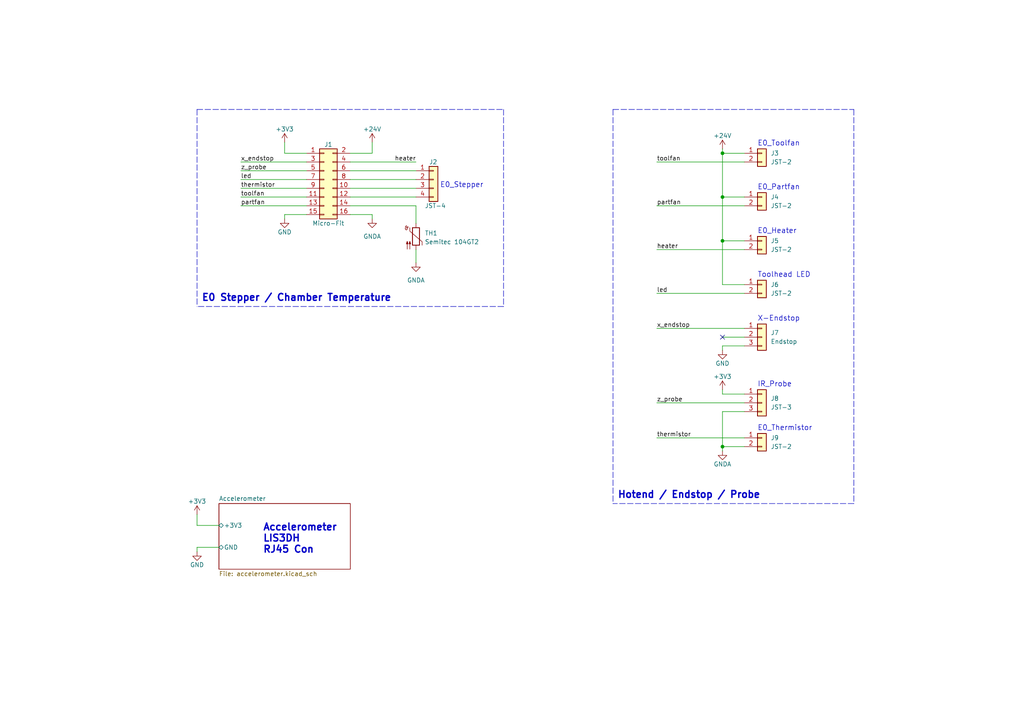
<source format=kicad_sch>
(kicad_sch (version 20211123) (generator eeschema)
  (paper "A4")
  (lib_symbols
    (symbol "Connector_Generic:Conn_01x02" (pin_names (offset 1.016) hide)
      (property "Reference" "J" (at 0 2.54 0))
      (property "Value" "Conn_01x02" (at 0 -5.08 0))
      (symbol "Conn_01x02_1_1"
        (rectangle (start -1.27 -2.413) (end 0 -2.667) (stroke (width 0.1524)))
        (rectangle (start -1.27 0.127) (end 0 -0.127) (stroke (width 0.1524)))
        (rectangle (start -1.27 1.27) (end 1.27 -3.81) (stroke (width 0.254)) (fill (type background)))
        (pin passive line (at -5.08 0 0) (length 3.81) (name "Pin_1") (number "1"))
        (pin passive line (at -5.08 -2.54 0) (length 3.81) (name "Pin_2") (number "2"))
      )
    )
    (symbol "Connector_Generic:Conn_01x03" (pin_names (offset 1.016) hide)
      (property "Reference" "J" (at 0 5.08 0))
      (property "Value" "Conn_01x03" (at 0 -5.08 0))
      (symbol "Conn_01x03_1_1"
        (rectangle (start -1.27 -2.413) (end 0 -2.667) (stroke (width 0.1524)))
        (rectangle (start -1.27 0.127) (end 0 -0.127) (stroke (width 0.1524)))
        (rectangle (start -1.27 2.667) (end 0 2.413) (stroke (width 0.1524)))
        (rectangle (start -1.27 3.81) (end 1.27 -3.81) (stroke (width 0.254)) (fill (type background)))
        (pin passive line (at -5.08 2.54 0) (length 3.81) (name "Pin_1") (number "1"))
        (pin passive line (at -5.08 0 0) (length 3.81) (name "Pin_2") (number "2"))
        (pin passive line (at -5.08 -2.54 0) (length 3.81) (name "Pin_3") (number "3"))
      )
    )
    (symbol "Connector_Generic:Conn_01x04" (pin_names (offset 1.016) hide)
      (property "Reference" "J" (at 0 5.08 0))
      (property "Value" "Conn_01x04" (at 0 -7.62 0))
      (symbol "Conn_01x04_1_1"
        (rectangle (start -1.27 -4.953) (end 0 -5.207) (stroke (width 0.1524)))
        (rectangle (start -1.27 -2.413) (end 0 -2.667) (stroke (width 0.1524)))
        (rectangle (start -1.27 0.127) (end 0 -0.127) (stroke (width 0.1524)))
        (rectangle (start -1.27 2.667) (end 0 2.413) (stroke (width 0.1524)))
        (rectangle (start -1.27 3.81) (end 1.27 -6.35) (stroke (width 0.254)) (fill (type background)))
        (pin passive line (at -5.08 2.54 0) (length 3.81) (name "Pin_1") (number "1"))
        (pin passive line (at -5.08 0 0) (length 3.81) (name "Pin_2") (number "2"))
        (pin passive line (at -5.08 -2.54 0) (length 3.81) (name "Pin_3") (number "3"))
        (pin passive line (at -5.08 -5.08 0) (length 3.81) (name "Pin_4") (number "4"))
      )
    )
    (symbol "Connector_Generic:Conn_02x08_Odd_Even" (pin_names (offset 1.016) hide)
      (property "Reference" "J" (at 1.27 10.16 0))
      (property "Value" "Conn_02x08_Odd_Even" (at 1.27 -12.7 0))
      (symbol "Conn_02x08_Odd_Even_1_1"
        (rectangle (start -1.27 -10.033) (end 0 -10.287) (stroke (width 0.1524)))
        (rectangle (start -1.27 -7.493) (end 0 -7.747) (stroke (width 0.1524)))
        (rectangle (start -1.27 -4.953) (end 0 -5.207) (stroke (width 0.1524)))
        (rectangle (start -1.27 -2.413) (end 0 -2.667) (stroke (width 0.1524)))
        (rectangle (start -1.27 0.127) (end 0 -0.127) (stroke (width 0.1524)))
        (rectangle (start -1.27 2.667) (end 0 2.413) (stroke (width 0.1524)))
        (rectangle (start -1.27 5.207) (end 0 4.953) (stroke (width 0.1524)))
        (rectangle (start -1.27 7.747) (end 0 7.493) (stroke (width 0.1524)))
        (rectangle (start -1.27 8.89) (end 3.81 -11.43) (stroke (width 0.254)) (fill (type background)))
        (rectangle (start 3.81 -10.033) (end 2.54 -10.287) (stroke (width 0.1524)))
        (rectangle (start 3.81 -7.493) (end 2.54 -7.747) (stroke (width 0.1524)))
        (rectangle (start 3.81 -4.953) (end 2.54 -5.207) (stroke (width 0.1524)))
        (rectangle (start 3.81 -2.413) (end 2.54 -2.667) (stroke (width 0.1524)))
        (rectangle (start 3.81 0.127) (end 2.54 -0.127) (stroke (width 0.1524)))
        (rectangle (start 3.81 2.667) (end 2.54 2.413) (stroke (width 0.1524)))
        (rectangle (start 3.81 5.207) (end 2.54 4.953) (stroke (width 0.1524)))
        (rectangle (start 3.81 7.747) (end 2.54 7.493) (stroke (width 0.1524)))
        (pin passive line (at -5.08 7.62 0) (length 3.81) (name "Pin_1") (number "1"))
        (pin passive line (at 7.62 -2.54 180) (length 3.81) (name "Pin_10") (number "10"))
        (pin passive line (at -5.08 -5.08 0) (length 3.81) (name "Pin_11") (number "11"))
        (pin passive line (at 7.62 -5.08 180) (length 3.81) (name "Pin_12") (number "12"))
        (pin passive line (at -5.08 -7.62 0) (length 3.81) (name "Pin_13") (number "13"))
        (pin passive line (at 7.62 -7.62 180) (length 3.81) (name "Pin_14") (number "14"))
        (pin passive line (at -5.08 -10.16 0) (length 3.81) (name "Pin_15") (number "15"))
        (pin passive line (at 7.62 -10.16 180) (length 3.81) (name "Pin_16") (number "16"))
        (pin passive line (at 7.62 7.62 180) (length 3.81) (name "Pin_2") (number "2"))
        (pin passive line (at -5.08 5.08 0) (length 3.81) (name "Pin_3") (number "3"))
        (pin passive line (at 7.62 5.08 180) (length 3.81) (name "Pin_4") (number "4"))
        (pin passive line (at -5.08 2.54 0) (length 3.81) (name "Pin_5") (number "5"))
        (pin passive line (at 7.62 2.54 180) (length 3.81) (name "Pin_6") (number "6"))
        (pin passive line (at -5.08 0 0) (length 3.81) (name "Pin_7") (number "7"))
        (pin passive line (at 7.62 0 180) (length 3.81) (name "Pin_8") (number "8"))
        (pin passive line (at -5.08 -2.54 0) (length 3.81) (name "Pin_9") (number "9"))
      )
    )
    (symbol "Device:Thermistor_PTC" (pin_numbers hide) (pin_names (offset 0))
      (property "Reference" "TH" (at -4.064 0 90))
      (property "Value" "Thermistor_PTC" (at 3.048 0 90))
      (symbol "Thermistor_PTC_0_1"
        (arc (start -3.048 2.159) (mid -3.0505 2.3165) (end -3.175 2.413))
        (arc (start -3.048 2.159) (mid -2.9736 1.9794) (end -2.794 1.905))
        (arc (start -3.048 2.794) (mid -2.9736 2.6144) (end -2.794 2.54))
        (arc (start -2.794 1.905) (mid -2.6144 1.9794) (end -2.54 2.159))
        (arc (start -2.794 2.54) (mid -2.434 2.5608) (end -2.159 2.794))
        (arc (start -2.794 3.048) (mid -2.9736 2.9736) (end -3.048 2.794))
        (arc (start -2.54 2.794) (mid -2.6144 2.9736) (end -2.794 3.048))
        (rectangle (start -1.016 2.54) (end 1.016 -2.54) (stroke (width 0.254)))
        (polyline (pts (xy -2.54 2.159) (xy -2.54 2.794)))
        (polyline (pts (xy -1.778 2.54) (xy -1.778 1.524) (xy 1.778 -1.524) (xy 1.778 -2.54)))
        (polyline (pts (xy -2.54 -3.683) (xy -2.54 -1.397) (xy -2.794 -2.159) (xy -2.286 -2.159) (xy -2.54 -1.397) (xy -2.54 -1.651)) (fill (type outline)))
        (polyline (pts (xy -1.778 -3.683) (xy -1.778 -1.397) (xy -2.032 -2.159) (xy -1.524 -2.159) (xy -1.778 -1.397) (xy -1.778 -1.651)) (fill (type outline)))
      )
      (symbol "Thermistor_PTC_1_1"
        (pin passive line (at 0 3.81 270) (length 1.27) (name "~") (number "1"))
        (pin passive line (at 0 -3.81 90) (length 1.27) (name "~") (number "2"))
      )
    )
    (symbol "power:+24V" (power) (pin_names (offset 0))
      (property "Value" "+24V" (at 0 3.556 0))
      (symbol "+24V_0_1"
        (polyline (pts (xy -0.762 1.27) (xy 0 2.54)))
        (polyline (pts (xy 0 0) (xy 0 2.54)))
        (polyline (pts (xy 0 2.54) (xy 0.762 1.27)))
      )
      (symbol "+24V_1_1"
        (pin power_in line (at 0 0 90) (length 0) hide (name "+24V") (number "1"))
      )
    )
    (symbol "power:+3.3V" (power) (pin_names (offset 0))
      (property "Value" "+3.3V" (at 0 3.556 0))
      (symbol "+3.3V_0_1"
        (polyline (pts (xy -0.762 1.27) (xy 0 2.54)))
        (polyline (pts (xy 0 0) (xy 0 2.54)))
        (polyline (pts (xy 0 2.54) (xy 0.762 1.27)))
      )
      (symbol "+3.3V_1_1"
        (pin power_in line (at 0 0 90) (length 0) hide (name "+3V3") (number "1"))
      )
    )
    (symbol "power:GND" (power) (pin_names (offset 0))
      (property "Value" "GND" (at 0 -3.81 0))
      (symbol "GND_0_1"
        (polyline (pts (xy 0 0) (xy 0 -1.27) (xy 1.27 -1.27) (xy 0 -2.54) (xy -1.27 -1.27) (xy 0 -1.27)))
      )
      (symbol "GND_1_1"
        (pin power_in line (at 0 0 270) (length 0) hide (name "GND") (number "1"))
      )
    )
    (symbol "power:GNDA" (power) (pin_names (offset 0))
      (property "Value" "GNDA" (at 0 -3.81 0))
      (symbol "GNDA_0_1"
        (polyline (pts (xy 0 0) (xy 0 -1.27) (xy 1.27 -1.27) (xy 0 -2.54) (xy -1.27 -1.27) (xy 0 -1.27)))
      )
      (symbol "GNDA_1_1"
        (pin power_in line (at 0 0 270) (length 0) hide (name "GNDA") (number "1"))
      )
    )
  )
  (junction (at 209.55 129.54))
  (junction (at 209.55 44.45))
  (junction (at 209.55 57.15))
  (junction (at 209.55 69.85))
  (no_connect (at 209.55 97.79))
  (wire (pts (xy 190.5 85.09) (xy 215.9 85.09)))
  (wire (pts (xy 88.9 52.07) (xy 69.85 52.07)))
  (wire (pts (xy 209.55 119.38) (xy 209.55 129.54)))
  (wire (pts (xy 69.85 49.53) (xy 88.9 49.53)))
  (wire (pts (xy 120.65 59.69) (xy 101.6 59.69)))
  (wire (pts (xy 120.65 57.15) (xy 101.6 57.15)))
  (wire (pts (xy 57.15 149.225) (xy 57.15 152.4)))
  (wire (pts (xy 215.9 82.55) (xy 209.55 82.55)))
  (wire (pts (xy 190.5 127) (xy 215.9 127)))
  (wire (pts (xy 209.55 69.85) (xy 209.55 57.15)))
  (wire (pts (xy 190.5 95.25) (xy 215.9 95.25)))
  (wire (pts (xy 209.55 100.33) (xy 209.55 101.6)))
  (wire (pts (xy 57.15 160.02) (xy 57.15 158.75)))
  (wire (pts (xy 107.95 62.23) (xy 101.6 62.23)))
  (polyline (pts (xy 177.8 31.75) (xy 177.8 146.05)))
  (polyline (pts (xy 247.65 146.05) (xy 177.8 146.05)))
  (wire (pts (xy 190.5 116.84) (xy 215.9 116.84)))
  (wire (pts (xy 57.15 152.4) (xy 63.5 152.4)))
  (wire (pts (xy 120.65 52.07) (xy 101.6 52.07)))
  (polyline (pts (xy 177.8 31.75) (xy 247.65 31.75)))
  (polyline (pts (xy 146.05 88.9) (xy 57.15 88.9)))
  (wire (pts (xy 120.65 72.39) (xy 120.65 76.2)))
  (wire (pts (xy 88.9 59.69) (xy 69.85 59.69)))
  (wire (pts (xy 215.9 69.85) (xy 209.55 69.85)))
  (polyline (pts (xy 57.15 31.75) (xy 146.05 31.75)))
  (wire (pts (xy 120.65 64.77) (xy 120.65 59.69)))
  (wire (pts (xy 209.55 43.18) (xy 209.55 44.45)))
  (wire (pts (xy 82.55 44.45) (xy 88.9 44.45)))
  (wire (pts (xy 209.55 113.03) (xy 209.55 114.3)))
  (wire (pts (xy 101.6 46.99) (xy 120.65 46.99)))
  (polyline (pts (xy 146.05 31.75) (xy 146.05 88.9)))
  (wire (pts (xy 69.85 46.99) (xy 88.9 46.99)))
  (wire (pts (xy 209.55 97.79) (xy 215.9 97.79)))
  (wire (pts (xy 107.95 41.275) (xy 107.95 44.45)))
  (wire (pts (xy 209.55 129.54) (xy 209.55 130.81)))
  (wire (pts (xy 120.65 49.53) (xy 101.6 49.53)))
  (wire (pts (xy 215.9 129.54) (xy 209.55 129.54)))
  (wire (pts (xy 88.9 54.61) (xy 69.85 54.61)))
  (wire (pts (xy 120.65 54.61) (xy 101.6 54.61)))
  (wire (pts (xy 57.15 158.75) (xy 63.5 158.75)))
  (wire (pts (xy 107.95 63.5) (xy 107.95 62.23)))
  (wire (pts (xy 82.55 63.5) (xy 82.55 62.23)))
  (wire (pts (xy 190.5 72.39) (xy 215.9 72.39)))
  (wire (pts (xy 209.55 44.45) (xy 215.9 44.45)))
  (polyline (pts (xy 57.15 31.75) (xy 57.15 88.9)))
  (wire (pts (xy 209.55 57.15) (xy 209.55 44.45)))
  (wire (pts (xy 190.5 46.99) (xy 215.9 46.99)))
  (wire (pts (xy 82.55 41.275) (xy 82.55 44.45)))
  (wire (pts (xy 209.55 100.33) (xy 215.9 100.33)))
  (polyline (pts (xy 247.65 31.75) (xy 247.65 146.05)))
  (wire (pts (xy 190.5 59.69) (xy 215.9 59.69)))
  (wire (pts (xy 101.6 44.45) (xy 107.95 44.45)))
  (wire (pts (xy 82.55 62.23) (xy 88.9 62.23)))
  (wire (pts (xy 88.9 57.15) (xy 69.85 57.15)))
  (wire (pts (xy 209.55 82.55) (xy 209.55 69.85)))
  (wire (pts (xy 209.55 119.38) (xy 215.9 119.38)))
  (wire (pts (xy 215.9 57.15) (xy 209.55 57.15)))
  (wire (pts (xy 209.55 114.3) (xy 215.9 114.3)))
  (text "E0_Heater" (at 219.71 67.945 0) (effects (font (size 1.5 1.5)) (justify left bottom)))
  (text "IR_Probe" (at 219.71 112.395 0) (effects (font (size 1.5 1.5)) (justify left bottom)))
  (text "E0_Stepper" (at 127.635 54.61 0) (effects (font (size 1.5 1.5)) (justify left bottom)))
  (text "E0 Stepper / Chamber Temperature" (at 58.42 87.63 0) (effects (font (size 2 2) (thickness 0.4) bold) (justify left bottom)))
  (text "X-Endstop" (at 219.71 93.345 0) (effects (font (size 1.5 1.5)) (justify left bottom)))
  (text "Toolhead LED" (at 219.71 80.645 0) (effects (font (size 1.5 1.5)) (justify left bottom)))
  (text "Accelerometer\nLIS3DH\nRJ45 Con" (at 76.2 160.655 0) (effects (font (size 2 2) (thickness 0.4) bold) (justify left bottom)))
  (text "E0_Partfan" (at 219.71 55.245 0) (effects (font (size 1.5 1.5)) (justify left bottom)))
  (text "E0_Thermistor" (at 219.71 125.095 0) (effects (font (size 1.5 1.5)) (justify left bottom)))
  (text "Hotend / Endstop / Probe" (at 179.07 144.78 0) (effects (font (size 2 2) (thickness 0.4) bold) (justify left bottom)))
  (text "E0_Toolfan" (at 219.71 42.545 0) (effects (font (size 1.5 1.5)) (justify left bottom)))
  (label "heater" (at 190.5 72.39 0))
  (label "partfan" (at 190.5 59.69 0))
  (label "z_probe" (at 190.5 116.84 0))
  (label "toolfan" (at 190.5 46.99 0))
  (label "heater" (at 120.65 46.99 180))
  (label "led" (at 69.85 52.07 0))
  (label "thermistor" (at 69.85 54.61 0))
  (label "x_endstop" (at 69.85 46.99 0))
  (label "x_endstop" (at 190.5 95.25 0))
  (label "led" (at 190.5 85.09 0))
  (label "z_probe" (at 69.85 49.53 0))
  (label "toolfan" (at 69.85 57.15 0))
  (label "thermistor" (at 190.5 127 0))
  (label "partfan" (at 69.85 59.69 0))
  (symbol (lib_id "power:GNDA") (at 209.55 130.81 0) (unit 1)
    (property "Reference" "#PWR013" (effects hide))
    (property "Value" "GNDA" (at 209.55 134.62 0))
  )
  (symbol (lib_id "power:+3.3V") (at 209.55 113.03 0) (unit 1)
    (property "Reference" "#PWR012" (effects hide))
    (property "Value" "+3.3V" (at 209.55 109.22 0))
  )
  (symbol (lib_id "power:+3.3V") (at 82.55 41.275 0) (unit 1)
    (property "Reference" "#PWR02" (effects hide))
    (property "Value" "+3.3V" (at 82.55 37.465 0))
  )
  (symbol (lib_id "power:+3.3V") (at 57.15 149.225 0) (unit 1)
    (property "Reference" "#PWR?" (effects hide))
    (property "Value" "+3.3V" (at 57.15 145.415 0))
  )
  (symbol (lib_id "Connector_Generic:Conn_01x03") (at 220.98 116.84 0) (unit 1)
    (property "Reference" "J8" (at 223.52 115.5699 0) (effects (justify left)))
    (property "Value" "JST-3" (at 223.52 118.1099 0) (effects (justify left)))
    (property "Footprint" "Connector_JST:JST_EH_B3B-EH-A_1x03_P2.50mm_Vertical" (effects hide))
    (property "Datasheet" "https://www.digikey.ch/de/products/detail/jst-sales-america-inc/B3B-XH-A-LF-SN/1651046" (effects hide))
  )
  (symbol (lib_id "Connector_Generic:Conn_01x02") (at 220.98 57.15 0) (unit 1)
    (property "Reference" "J4" (at 223.52 57.1499 0) (effects (justify left)))
    (property "Value" "JST-2" (at 223.52 59.6899 0) (effects (justify left)))
    (property "Footprint" "Connector_JST:JST_EH_B2B-EH-A_1x02_P2.50mm_Vertical" (effects hide))
    (property "Datasheet" "https://www.digikey.ch/de/products/detail/jst-sales-america-inc/B2B-XH-A-GU/2043065" (effects hide))
  )
  (symbol (lib_id "power:GND") (at 82.55 63.5 0) (unit 1)
    (property "Reference" "#PWR03" (effects hide))
    (property "Value" "GND" (at 82.55 67.31 0))
  )
  (symbol (lib_id "power:+24V") (at 107.95 41.275 0) (unit 1)
    (property "Reference" "#PWR05" (effects hide))
    (property "Value" "+24V" (at 107.95 37.465 0))
  )
  (symbol (lib_id "Connector_Generic:Conn_01x04") (at 125.73 52.07 0) (unit 1)
    (property "Reference" "J2" (at 124.46 46.99 0) (effects (justify left)))
    (property "Value" "JST-4" (at 123.19 59.69 0) (effects (justify left)))
    (property "Footprint" "Connector_JST:JST_EH_B4B-EH-A_1x04_P2.50mm_Vertical" (effects hide))
    (property "Datasheet" "https://www.digikey.ch/de/products/detail/jst-sales-america-inc/B4B-XH-A-LF-SN/1651047" (effects hide))
  )
  (symbol (lib_id "power:GNDA") (at 120.65 76.2 0) (unit 1)
    (property "Reference" "#PWR09" (effects hide))
    (property "Value" "GNDA" (at 120.65 81.28 0))
  )
  (symbol (lib_id "Connector_Generic:Conn_01x02") (at 220.98 69.85 0) (unit 1)
    (property "Reference" "J5" (at 223.52 69.8499 0) (effects (justify left)))
    (property "Value" "JST-2" (at 223.52 72.3899 0) (effects (justify left)))
    (property "Footprint" "Connector_JST:JST_EH_B2B-EH-A_1x02_P2.50mm_Vertical" (effects hide))
    (property "Datasheet" "https://www.digikey.ch/de/products/detail/jst-sales-america-inc/B2B-XH-A-GU/2043065" (effects hide))
  )
  (symbol (lib_id "Connector_Generic:Conn_01x03") (at 220.98 97.79 0) (unit 1)
    (property "Reference" "J7" (at 223.52 96.5199 0) (effects (justify left)))
    (property "Value" "Endstop" (at 223.52 99.0599 0) (effects (justify left)))
  )
  (symbol (lib_id "Connector_Generic:Conn_02x08_Odd_Even") (at 93.98 52.07 0) (unit 1)
    (property "Reference" "J1" (at 95.25 41.91 0))
    (property "Value" "Micro-Fit" (at 95.25 64.77 0))
    (property "Footprint" "Connector_Molex:Molex_Micro-Fit_3.0_43045-1612_2x08_P3.00mm_Vertical" (effects hide))
    (property "Datasheet" "https://www.digikey.ch/de/products/detail/molex/0430451612/531412" (effects hide))
  )
  (symbol (lib_id "Connector_Generic:Conn_01x02") (at 220.98 82.55 0) (unit 1)
    (property "Reference" "J6" (at 223.52 82.5499 0) (effects (justify left)))
    (property "Value" "JST-2" (at 223.52 85.0899 0) (effects (justify left)))
    (property "Footprint" "Connector_JST:JST_EH_B2B-EH-A_1x02_P2.50mm_Vertical" (effects hide))
    (property "Datasheet" "https://www.digikey.ch/de/products/detail/jst-sales-america-inc/B2B-XH-A-GU/2043065" (effects hide))
  )
  (symbol (lib_id "Connector_Generic:Conn_01x02") (at 220.98 44.45 0) (unit 1)
    (property "Reference" "J3" (at 223.52 44.4499 0) (effects (justify left)))
    (property "Value" "JST-2" (at 223.52 46.9899 0) (effects (justify left)))
    (property "Footprint" "Connector_JST:JST_EH_B2B-EH-A_1x02_P2.50mm_Vertical" (effects hide))
    (property "Datasheet" "https://www.digikey.ch/de/products/detail/jst-sales-america-inc/B2B-XH-A-GU/2043065" (effects hide))
  )
  (symbol (lib_id "Device:Thermistor_PTC") (at 120.65 68.58 0) (unit 1)
    (property "Reference" "TH1" (at 123.19 67.6274 0) (effects (justify left)))
    (property "Value" "Semitec 104GT2" (at 123.19 70.1674 0) (effects (justify left)))
    (property "Footprint" "Resistor_THT:R_Axial_DIN0207_L6.3mm_D2.5mm_P10.16mm_Horizontal" (effects hide))
    (property "Datasheet" "https://eu.mouser.com/ProductDetail/Semitec/104GT-2?qs=wgO0AD0o1vvQ2Rm%2FPgvFdg%3D%3D" (effects hide))
  )
  (symbol (lib_id "power:+24V") (at 209.55 43.18 0) (unit 1)
    (property "Reference" "#PWR010" (effects hide))
    (property "Value" "+24V" (at 209.55 39.37 0))
  )
  (symbol (lib_id "power:GND") (at 57.15 160.02 0) (unit 1)
    (property "Reference" "#PWR?" (effects hide))
    (property "Value" "GND" (at 57.15 163.83 0))
  )
  (symbol (lib_id "Connector_Generic:Conn_01x02") (at 220.98 127 0) (unit 1)
    (property "Reference" "J9" (at 223.52 126.9999 0) (effects (justify left)))
    (property "Value" "JST-2" (at 223.52 129.5399 0) (effects (justify left)))
    (property "Footprint" "Connector_JST:JST_EH_B2B-EH-A_1x02_P2.50mm_Vertical" (effects hide))
    (property "Datasheet" "https://www.digikey.ch/de/products/detail/jst-sales-america-inc/B2B-XH-A-GU/2043065" (effects hide))
  )
  (symbol (lib_id "power:GNDA") (at 107.95 63.5 0) (unit 1)
    (property "Reference" "#PWR06" (effects hide))
    (property "Value" "GNDA" (at 107.95 68.58 0))
  )
  (symbol (lib_id "power:GND") (at 209.55 101.6 0) (unit 1)
    (property "Reference" "#PWR011" (effects hide))
    (property "Value" "GND" (at 209.55 105.41 0))
  )
  (sheet (at 63.5 146.05) (size 38.1 19.05) (stroke (width 0.1524))
    (property "Sheet name" "Accelerometer" (at 63.5 145.3384 0) (effects (justify left bottom)))
    (property "Sheet file" "accelerometer.kicad_sch" (at 63.5 165.6846 0) (effects (justify left top)))
    (pin "GND" bidirectional (at 63.5 158.75 180))
    (pin "+3V3" bidirectional (at 63.5 152.4 180))
  )
)
</source>
